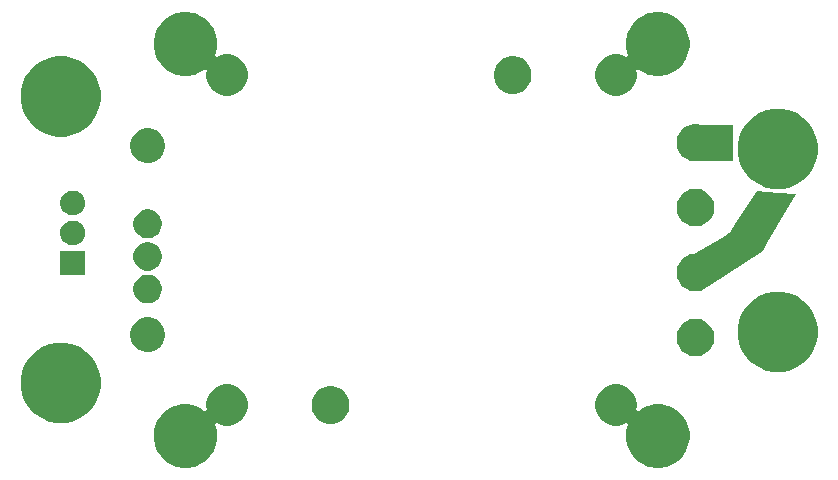
<source format=gbr>
G04 #@! TF.GenerationSoftware,KiCad,Pcbnew,(5.0.2)-1*
G04 #@! TF.CreationDate,2019-04-19T20:55:02-04:00*
G04 #@! TF.ProjectId,vicor-socket,7669636f-722d-4736-9f63-6b65742e6b69,rev?*
G04 #@! TF.SameCoordinates,Original*
G04 #@! TF.FileFunction,Soldermask,Bot*
G04 #@! TF.FilePolarity,Negative*
%FSLAX46Y46*%
G04 Gerber Fmt 4.6, Leading zero omitted, Abs format (unit mm)*
G04 Created by KiCad (PCBNEW (5.0.2)-1) date 4/19/2019 8:55:02 PM*
%MOMM*%
%LPD*%
G01*
G04 APERTURE LIST*
%ADD10C,0.100000*%
G04 APERTURE END LIST*
D10*
G36*
X47531456Y-24452252D02*
X47849936Y-24584171D01*
X48136560Y-24775687D01*
X48380314Y-25019441D01*
X48571830Y-25306065D01*
X48703749Y-25624545D01*
X48712760Y-25669849D01*
X48771000Y-25962641D01*
X48771000Y-26307362D01*
X48736794Y-26479326D01*
X48734392Y-26503712D01*
X48736794Y-26528098D01*
X48743907Y-26551547D01*
X48755458Y-26573158D01*
X48771004Y-26592100D01*
X48789946Y-26607646D01*
X48811556Y-26619197D01*
X48835006Y-26626310D01*
X48859392Y-26628712D01*
X48883778Y-26626310D01*
X48907227Y-26619197D01*
X48928838Y-26607646D01*
X49274440Y-26376722D01*
X49608710Y-26238263D01*
X49764897Y-26173568D01*
X49938453Y-26139046D01*
X50285564Y-26070001D01*
X50816436Y-26070001D01*
X51163547Y-26139046D01*
X51337103Y-26173568D01*
X51493290Y-26238263D01*
X51827560Y-26376722D01*
X52268965Y-26671660D01*
X52644341Y-27047036D01*
X52939279Y-27488441D01*
X53021029Y-27685803D01*
X53142433Y-27978898D01*
X53176955Y-28152454D01*
X53246000Y-28499565D01*
X53246000Y-29030437D01*
X53142433Y-29551103D01*
X52939279Y-30041561D01*
X52644341Y-30482966D01*
X52268965Y-30858342D01*
X51827560Y-31153280D01*
X51540257Y-31272285D01*
X51337103Y-31356434D01*
X51163547Y-31390956D01*
X50816436Y-31460001D01*
X50285564Y-31460001D01*
X49938453Y-31390956D01*
X49764897Y-31356434D01*
X49561743Y-31272285D01*
X49274440Y-31153280D01*
X48833035Y-30858342D01*
X48457659Y-30482966D01*
X48162721Y-30041561D01*
X47959567Y-29551103D01*
X47856000Y-29030437D01*
X47856000Y-28499565D01*
X47897427Y-28291299D01*
X47959567Y-27978898D01*
X48013324Y-27849118D01*
X48020435Y-27825674D01*
X48022837Y-27801288D01*
X48020435Y-27776902D01*
X48013322Y-27753453D01*
X48001771Y-27731842D01*
X47986225Y-27712900D01*
X47967283Y-27697354D01*
X47945673Y-27685803D01*
X47922223Y-27678690D01*
X47897837Y-27676288D01*
X47873451Y-27678690D01*
X47850002Y-27685803D01*
X47849939Y-27685829D01*
X47849936Y-27685831D01*
X47531456Y-27817750D01*
X47193360Y-27885001D01*
X46848640Y-27885001D01*
X46510544Y-27817750D01*
X46192064Y-27685831D01*
X45905440Y-27494315D01*
X45661686Y-27250561D01*
X45470170Y-26963937D01*
X45338251Y-26645457D01*
X45271000Y-26307361D01*
X45271000Y-25962641D01*
X45338251Y-25624545D01*
X45470170Y-25306065D01*
X45661686Y-25019441D01*
X45905440Y-24775687D01*
X46192064Y-24584171D01*
X46510544Y-24452252D01*
X46848640Y-24385001D01*
X47193360Y-24385001D01*
X47531456Y-24452252D01*
X47531456Y-24452252D01*
G37*
G36*
X14591456Y-24452252D02*
X14909936Y-24584171D01*
X15196560Y-24775687D01*
X15440314Y-25019441D01*
X15631830Y-25306065D01*
X15763749Y-25624545D01*
X15831000Y-25962641D01*
X15831000Y-26307361D01*
X15763749Y-26645457D01*
X15631830Y-26963937D01*
X15440314Y-27250561D01*
X15196560Y-27494315D01*
X14909936Y-27685831D01*
X14591456Y-27817750D01*
X14253360Y-27885001D01*
X13908640Y-27885001D01*
X13570544Y-27817750D01*
X13252064Y-27685831D01*
X13252061Y-27685829D01*
X13251998Y-27685803D01*
X13228549Y-27678690D01*
X13204163Y-27676288D01*
X13179777Y-27678690D01*
X13156327Y-27685803D01*
X13134717Y-27697354D01*
X13115775Y-27712900D01*
X13100229Y-27731842D01*
X13088678Y-27753453D01*
X13081565Y-27776902D01*
X13079163Y-27801288D01*
X13081565Y-27825674D01*
X13088676Y-27849118D01*
X13142433Y-27978898D01*
X13204573Y-28291299D01*
X13246000Y-28499565D01*
X13246000Y-29030437D01*
X13142433Y-29551103D01*
X12939279Y-30041561D01*
X12644341Y-30482966D01*
X12268965Y-30858342D01*
X11827560Y-31153280D01*
X11540257Y-31272285D01*
X11337103Y-31356434D01*
X11163547Y-31390956D01*
X10816436Y-31460001D01*
X10285564Y-31460001D01*
X9938453Y-31390956D01*
X9764897Y-31356434D01*
X9561743Y-31272285D01*
X9274440Y-31153280D01*
X8833035Y-30858342D01*
X8457659Y-30482966D01*
X8162721Y-30041561D01*
X7959567Y-29551103D01*
X7856000Y-29030437D01*
X7856000Y-28499565D01*
X7925045Y-28152454D01*
X7959567Y-27978898D01*
X8080971Y-27685803D01*
X8162721Y-27488441D01*
X8457659Y-27047036D01*
X8833035Y-26671660D01*
X9274440Y-26376722D01*
X9608710Y-26238263D01*
X9764897Y-26173568D01*
X9938453Y-26139046D01*
X10285564Y-26070001D01*
X10816436Y-26070001D01*
X11163547Y-26139046D01*
X11337103Y-26173568D01*
X11493290Y-26238263D01*
X11827560Y-26376722D01*
X12173162Y-26607646D01*
X12194772Y-26619197D01*
X12218222Y-26626310D01*
X12242608Y-26628712D01*
X12266994Y-26626310D01*
X12290443Y-26619197D01*
X12312054Y-26607646D01*
X12330996Y-26592100D01*
X12346542Y-26573158D01*
X12358093Y-26551548D01*
X12365206Y-26528098D01*
X12367608Y-26503712D01*
X12365206Y-26479326D01*
X12331000Y-26307362D01*
X12331000Y-25962641D01*
X12389240Y-25669849D01*
X12398251Y-25624545D01*
X12530170Y-25306065D01*
X12721686Y-25019441D01*
X12965440Y-24775687D01*
X13252064Y-24584171D01*
X13570544Y-24452252D01*
X13908640Y-24385001D01*
X14253360Y-24385001D01*
X14591456Y-24452252D01*
X14591456Y-24452252D01*
G37*
G36*
X23041944Y-24548723D02*
X23306244Y-24601295D01*
X23596516Y-24721530D01*
X23857754Y-24896083D01*
X24079918Y-25118247D01*
X24254471Y-25379485D01*
X24374706Y-25669757D01*
X24419501Y-25894961D01*
X24436000Y-25977906D01*
X24436000Y-26292096D01*
X24432963Y-26307362D01*
X24374706Y-26600245D01*
X24254471Y-26890517D01*
X24079918Y-27151755D01*
X23857754Y-27373919D01*
X23596516Y-27548472D01*
X23306244Y-27668707D01*
X23041944Y-27721279D01*
X22998095Y-27730001D01*
X22683905Y-27730001D01*
X22640056Y-27721279D01*
X22375756Y-27668707D01*
X22085484Y-27548472D01*
X21824246Y-27373919D01*
X21602082Y-27151755D01*
X21427529Y-26890517D01*
X21307294Y-26600245D01*
X21249037Y-26307362D01*
X21246000Y-26292096D01*
X21246000Y-25977906D01*
X21262499Y-25894961D01*
X21307294Y-25669757D01*
X21427529Y-25379485D01*
X21602082Y-25118247D01*
X21824246Y-24896083D01*
X22085484Y-24721530D01*
X22375756Y-24601295D01*
X22640056Y-24548723D01*
X22683905Y-24540001D01*
X22998095Y-24540001D01*
X23041944Y-24548723D01*
X23041944Y-24548723D01*
G37*
G36*
X991743Y-20987660D02*
X1610503Y-21243958D01*
X2167377Y-21616050D01*
X2640950Y-22089623D01*
X3013042Y-22646497D01*
X3269340Y-23265257D01*
X3400000Y-23922128D01*
X3400000Y-24591872D01*
X3269340Y-25248743D01*
X3013042Y-25867503D01*
X2640950Y-26424377D01*
X2167377Y-26897950D01*
X1610503Y-27270042D01*
X991743Y-27526340D01*
X334872Y-27657000D01*
X-334872Y-27657000D01*
X-991743Y-27526340D01*
X-1610503Y-27270042D01*
X-2167377Y-26897950D01*
X-2640950Y-26424377D01*
X-3013042Y-25867503D01*
X-3269340Y-25248743D01*
X-3400000Y-24591872D01*
X-3400000Y-23922128D01*
X-3269340Y-23265257D01*
X-3013042Y-22646497D01*
X-2640950Y-22089623D01*
X-2167377Y-21616050D01*
X-1610503Y-21243958D01*
X-991743Y-20987660D01*
X-334872Y-20857000D01*
X334872Y-20857000D01*
X991743Y-20987660D01*
X991743Y-20987660D01*
G37*
G36*
X61697743Y-16669660D02*
X62316503Y-16925958D01*
X62873377Y-17298050D01*
X63346950Y-17771623D01*
X63719042Y-18328497D01*
X63975340Y-18947257D01*
X64106000Y-19604128D01*
X64106000Y-20273872D01*
X63975340Y-20930743D01*
X63719042Y-21549503D01*
X63346950Y-22106377D01*
X62873377Y-22579950D01*
X62316503Y-22952042D01*
X61697743Y-23208340D01*
X61040872Y-23339000D01*
X60371128Y-23339000D01*
X59714257Y-23208340D01*
X59095497Y-22952042D01*
X58538623Y-22579950D01*
X58065050Y-22106377D01*
X57692958Y-21549503D01*
X57436660Y-20930743D01*
X57306000Y-20273872D01*
X57306000Y-19604128D01*
X57436660Y-18947257D01*
X57692958Y-18328497D01*
X58065050Y-17771623D01*
X58538623Y-17298050D01*
X59095497Y-16925958D01*
X59714257Y-16669660D01*
X60371128Y-16539000D01*
X61040872Y-16539000D01*
X61697743Y-16669660D01*
X61697743Y-16669660D01*
G37*
G36*
X53941944Y-18828723D02*
X54206244Y-18881295D01*
X54496516Y-19001530D01*
X54757754Y-19176083D01*
X54979918Y-19398247D01*
X55154471Y-19659485D01*
X55274706Y-19949757D01*
X55288819Y-20020711D01*
X55336000Y-20257906D01*
X55336000Y-20572096D01*
X55331976Y-20592326D01*
X55274706Y-20880245D01*
X55154471Y-21170517D01*
X54979918Y-21431755D01*
X54757754Y-21653919D01*
X54496516Y-21828472D01*
X54206244Y-21948707D01*
X53941944Y-22001279D01*
X53898095Y-22010001D01*
X53583905Y-22010001D01*
X53540056Y-22001279D01*
X53275756Y-21948707D01*
X52985484Y-21828472D01*
X52724246Y-21653919D01*
X52502082Y-21431755D01*
X52327529Y-21170517D01*
X52207294Y-20880245D01*
X52150024Y-20592326D01*
X52146000Y-20572096D01*
X52146000Y-20257906D01*
X52193181Y-20020711D01*
X52207294Y-19949757D01*
X52327529Y-19659485D01*
X52502082Y-19398247D01*
X52724246Y-19176083D01*
X52985484Y-19001530D01*
X53275756Y-18881295D01*
X53540056Y-18828723D01*
X53583905Y-18820001D01*
X53898095Y-18820001D01*
X53941944Y-18828723D01*
X53941944Y-18828723D01*
G37*
G36*
X7545474Y-18707994D02*
X7788325Y-18756300D01*
X8054938Y-18866734D01*
X8294883Y-19027061D01*
X8498940Y-19231118D01*
X8659267Y-19471063D01*
X8769701Y-19737676D01*
X8774934Y-19763986D01*
X8821502Y-19998095D01*
X8826000Y-20020711D01*
X8826000Y-20309291D01*
X8769701Y-20592326D01*
X8659267Y-20858939D01*
X8498940Y-21098884D01*
X8294883Y-21302941D01*
X8054938Y-21463268D01*
X7788325Y-21573702D01*
X7576049Y-21615926D01*
X7505291Y-21630001D01*
X7216709Y-21630001D01*
X7145951Y-21615926D01*
X6933675Y-21573702D01*
X6667062Y-21463268D01*
X6427117Y-21302941D01*
X6223060Y-21098884D01*
X6062733Y-20858939D01*
X5952299Y-20592326D01*
X5896000Y-20309291D01*
X5896000Y-20020711D01*
X5900499Y-19998095D01*
X5947066Y-19763986D01*
X5952299Y-19737676D01*
X6062733Y-19471063D01*
X6223060Y-19231118D01*
X6427117Y-19027061D01*
X6667062Y-18866734D01*
X6933675Y-18756300D01*
X7176526Y-18707994D01*
X7216709Y-18700001D01*
X7505291Y-18700001D01*
X7545474Y-18707994D01*
X7545474Y-18707994D01*
G37*
G36*
X7713944Y-15131500D02*
X7934150Y-15222713D01*
X8132330Y-15355132D01*
X8300869Y-15523671D01*
X8433288Y-15721851D01*
X8524501Y-15942057D01*
X8571000Y-16175826D01*
X8571000Y-16414176D01*
X8524501Y-16647945D01*
X8433288Y-16868151D01*
X8300869Y-17066331D01*
X8132330Y-17234870D01*
X7934150Y-17367289D01*
X7713944Y-17458502D01*
X7480175Y-17505001D01*
X7241825Y-17505001D01*
X7008056Y-17458502D01*
X6787850Y-17367289D01*
X6589670Y-17234870D01*
X6421131Y-17066331D01*
X6288712Y-16868151D01*
X6197499Y-16647945D01*
X6151000Y-16414176D01*
X6151000Y-16175826D01*
X6197499Y-15942057D01*
X6288712Y-15721851D01*
X6421131Y-15523671D01*
X6589670Y-15355132D01*
X6787850Y-15222713D01*
X7008056Y-15131500D01*
X7241825Y-15085001D01*
X7480175Y-15085001D01*
X7713944Y-15131500D01*
X7713944Y-15131500D01*
G37*
G36*
X58937077Y-8001698D02*
X58937080Y-8001698D01*
X60726522Y-8139348D01*
X62230000Y-8255000D01*
X60657678Y-10970829D01*
X59810425Y-12434267D01*
X59436000Y-13081000D01*
X54860340Y-16055179D01*
X54840081Y-16071592D01*
X54757754Y-16153919D01*
X54496516Y-16328472D01*
X54206244Y-16448707D01*
X53941944Y-16501279D01*
X53898095Y-16510001D01*
X53583905Y-16510001D01*
X53540056Y-16501279D01*
X53275756Y-16448707D01*
X52985484Y-16328472D01*
X52724246Y-16153919D01*
X52502082Y-15931755D01*
X52327529Y-15670517D01*
X52207294Y-15380245D01*
X52146000Y-15072095D01*
X52146000Y-14757907D01*
X52207294Y-14449757D01*
X52327529Y-14159485D01*
X52502082Y-13898247D01*
X52724246Y-13676083D01*
X52985484Y-13501530D01*
X53275756Y-13381295D01*
X53540056Y-13328723D01*
X53583905Y-13320001D01*
X53585919Y-13320001D01*
X53610305Y-13317599D01*
X53633754Y-13310486D01*
X53648903Y-13302973D01*
X55970854Y-11948502D01*
X56616071Y-11572125D01*
X56635924Y-11557764D01*
X56658233Y-11531749D01*
X57110340Y-10828472D01*
X58928000Y-8001000D01*
X58937077Y-8001698D01*
X58937077Y-8001698D01*
G37*
G36*
X2066000Y-15147000D02*
X-34000Y-15147000D01*
X-34000Y-13047000D01*
X2066000Y-13047000D01*
X2066000Y-15147000D01*
X2066000Y-15147000D01*
G37*
G36*
X7713944Y-12381500D02*
X7934150Y-12472713D01*
X8132330Y-12605132D01*
X8300869Y-12773671D01*
X8433288Y-12971851D01*
X8524501Y-13192057D01*
X8571000Y-13425826D01*
X8571000Y-13664176D01*
X8524501Y-13897945D01*
X8433288Y-14118151D01*
X8300869Y-14316331D01*
X8132330Y-14484870D01*
X7934150Y-14617289D01*
X7713944Y-14708502D01*
X7480175Y-14755001D01*
X7241825Y-14755001D01*
X7008056Y-14708502D01*
X6787850Y-14617289D01*
X6589670Y-14484870D01*
X6421131Y-14316331D01*
X6288712Y-14118151D01*
X6197499Y-13897945D01*
X6151000Y-13664176D01*
X6151000Y-13425826D01*
X6197499Y-13192057D01*
X6288712Y-12971851D01*
X6421131Y-12773671D01*
X6589670Y-12605132D01*
X6787850Y-12472713D01*
X7008056Y-12381500D01*
X7241825Y-12335001D01*
X7480175Y-12335001D01*
X7713944Y-12381500D01*
X7713944Y-12381500D01*
G37*
G36*
X1144707Y-10514597D02*
X1221836Y-10522193D01*
X1353787Y-10562220D01*
X1419763Y-10582233D01*
X1602172Y-10679733D01*
X1762054Y-10810946D01*
X1893267Y-10970828D01*
X1990767Y-11153237D01*
X1990767Y-11153238D01*
X2050807Y-11351164D01*
X2071080Y-11557000D01*
X2050807Y-11762836D01*
X2022155Y-11857289D01*
X1990767Y-11960763D01*
X1893267Y-12143172D01*
X1762054Y-12303054D01*
X1602172Y-12434267D01*
X1419763Y-12531767D01*
X1353787Y-12551780D01*
X1221836Y-12591807D01*
X1144707Y-12599404D01*
X1067580Y-12607000D01*
X964420Y-12607000D01*
X887293Y-12599404D01*
X810164Y-12591807D01*
X678213Y-12551780D01*
X612237Y-12531767D01*
X429828Y-12434267D01*
X269946Y-12303054D01*
X138733Y-12143172D01*
X41233Y-11960763D01*
X9845Y-11857289D01*
X-18807Y-11762836D01*
X-39080Y-11557000D01*
X-18807Y-11351164D01*
X41233Y-11153238D01*
X41233Y-11153237D01*
X138733Y-10970828D01*
X269946Y-10810946D01*
X429828Y-10679733D01*
X612237Y-10582233D01*
X678213Y-10562220D01*
X810164Y-10522193D01*
X887293Y-10514597D01*
X964420Y-10507000D01*
X1067580Y-10507000D01*
X1144707Y-10514597D01*
X1144707Y-10514597D01*
G37*
G36*
X7713944Y-9621500D02*
X7934150Y-9712713D01*
X8132330Y-9845132D01*
X8300869Y-10013671D01*
X8433288Y-10211851D01*
X8524501Y-10432057D01*
X8571000Y-10665826D01*
X8571000Y-10904176D01*
X8524501Y-11137945D01*
X8433288Y-11358151D01*
X8300869Y-11556331D01*
X8132330Y-11724870D01*
X7934150Y-11857289D01*
X7713944Y-11948502D01*
X7480175Y-11995001D01*
X7241825Y-11995001D01*
X7008056Y-11948502D01*
X6787850Y-11857289D01*
X6589670Y-11724870D01*
X6421131Y-11556331D01*
X6288712Y-11358151D01*
X6197499Y-11137945D01*
X6151000Y-10904176D01*
X6151000Y-10665826D01*
X6197499Y-10432057D01*
X6288712Y-10211851D01*
X6421131Y-10013671D01*
X6589670Y-9845132D01*
X6787850Y-9712713D01*
X7008056Y-9621500D01*
X7241825Y-9575001D01*
X7480175Y-9575001D01*
X7713944Y-9621500D01*
X7713944Y-9621500D01*
G37*
G36*
X53941944Y-7828723D02*
X54206244Y-7881295D01*
X54496516Y-8001530D01*
X54757754Y-8176083D01*
X54979918Y-8398247D01*
X55154471Y-8659485D01*
X55274706Y-8949757D01*
X55327278Y-9214057D01*
X55336000Y-9257906D01*
X55336000Y-9572096D01*
X55327278Y-9615945D01*
X55274706Y-9880245D01*
X55154471Y-10170517D01*
X54979918Y-10431755D01*
X54757754Y-10653919D01*
X54496516Y-10828472D01*
X54206244Y-10948707D01*
X53941944Y-11001279D01*
X53898095Y-11010001D01*
X53583905Y-11010001D01*
X53540056Y-11001279D01*
X53275756Y-10948707D01*
X52985484Y-10828472D01*
X52724246Y-10653919D01*
X52502082Y-10431755D01*
X52327529Y-10170517D01*
X52207294Y-9880245D01*
X52154722Y-9615945D01*
X52146000Y-9572096D01*
X52146000Y-9257906D01*
X52154722Y-9214057D01*
X52207294Y-8949757D01*
X52327529Y-8659485D01*
X52502082Y-8398247D01*
X52724246Y-8176083D01*
X52985484Y-8001530D01*
X53275756Y-7881295D01*
X53540056Y-7828723D01*
X53583905Y-7820001D01*
X53898095Y-7820001D01*
X53941944Y-7828723D01*
X53941944Y-7828723D01*
G37*
G36*
X1144707Y-7974596D02*
X1221836Y-7982193D01*
X1317977Y-8011357D01*
X1419763Y-8042233D01*
X1602172Y-8139733D01*
X1762054Y-8270946D01*
X1893267Y-8430828D01*
X1990767Y-8613237D01*
X2010780Y-8679213D01*
X2050807Y-8811164D01*
X2071080Y-9017000D01*
X2050807Y-9222836D01*
X2040168Y-9257907D01*
X1990767Y-9420763D01*
X1893267Y-9603172D01*
X1762054Y-9763054D01*
X1602172Y-9894267D01*
X1419763Y-9991767D01*
X1353787Y-10011780D01*
X1221836Y-10051807D01*
X1144707Y-10059404D01*
X1067580Y-10067000D01*
X964420Y-10067000D01*
X887293Y-10059404D01*
X810164Y-10051807D01*
X678213Y-10011780D01*
X612237Y-9991767D01*
X429828Y-9894267D01*
X269946Y-9763054D01*
X138733Y-9603172D01*
X41233Y-9420763D01*
X-8168Y-9257907D01*
X-18807Y-9222836D01*
X-39080Y-9017000D01*
X-18807Y-8811164D01*
X21220Y-8679213D01*
X41233Y-8613237D01*
X138733Y-8430828D01*
X269946Y-8270946D01*
X429828Y-8139733D01*
X612237Y-8042233D01*
X714023Y-8011357D01*
X810164Y-7982193D01*
X887293Y-7974596D01*
X964420Y-7967000D01*
X1067580Y-7967000D01*
X1144707Y-7974596D01*
X1144707Y-7974596D01*
G37*
G36*
X61697743Y-1175660D02*
X62316503Y-1431958D01*
X62873377Y-1804050D01*
X63346950Y-2277623D01*
X63719042Y-2834497D01*
X63975340Y-3453257D01*
X64106000Y-4110128D01*
X64106000Y-4779872D01*
X63975340Y-5436743D01*
X63719042Y-6055503D01*
X63346950Y-6612377D01*
X62873377Y-7085950D01*
X62316503Y-7458042D01*
X61697743Y-7714340D01*
X61040872Y-7845000D01*
X60371128Y-7845000D01*
X59714257Y-7714340D01*
X59095497Y-7458042D01*
X58538623Y-7085950D01*
X58065050Y-6612377D01*
X57692958Y-6055503D01*
X57436660Y-5436743D01*
X57306000Y-4779872D01*
X57306000Y-4110128D01*
X57436660Y-3453257D01*
X57692958Y-2834497D01*
X58065050Y-2277623D01*
X58538623Y-1804050D01*
X59095497Y-1431958D01*
X59714257Y-1175660D01*
X60371128Y-1045000D01*
X61040872Y-1045000D01*
X61697743Y-1175660D01*
X61697743Y-1175660D01*
G37*
G36*
X7576049Y-2714076D02*
X7788325Y-2756300D01*
X8054938Y-2866734D01*
X8294883Y-3027061D01*
X8498940Y-3231118D01*
X8659267Y-3471063D01*
X8769701Y-3737676D01*
X8826000Y-4020711D01*
X8826000Y-4309291D01*
X8769701Y-4592326D01*
X8659267Y-4858939D01*
X8498940Y-5098884D01*
X8294883Y-5302941D01*
X8054938Y-5463268D01*
X7788325Y-5573702D01*
X7576049Y-5615926D01*
X7505291Y-5630001D01*
X7216709Y-5630001D01*
X7145951Y-5615926D01*
X6933675Y-5573702D01*
X6667062Y-5463268D01*
X6427117Y-5302941D01*
X6223060Y-5098884D01*
X6062733Y-4858939D01*
X5952299Y-4592326D01*
X5896000Y-4309291D01*
X5896000Y-4020711D01*
X5952299Y-3737676D01*
X6062733Y-3471063D01*
X6223060Y-3231118D01*
X6427117Y-3027061D01*
X6667062Y-2866734D01*
X6933675Y-2756300D01*
X7145951Y-2714076D01*
X7216709Y-2700001D01*
X7505291Y-2700001D01*
X7576049Y-2714076D01*
X7576049Y-2714076D01*
G37*
G36*
X53932229Y-2326791D02*
X54206244Y-2381295D01*
X54259827Y-2403490D01*
X54283260Y-2410598D01*
X54307647Y-2413000D01*
X56896000Y-2413000D01*
X56896000Y-5461000D01*
X54156748Y-5461000D01*
X54132370Y-5463401D01*
X53942918Y-5501085D01*
X53898095Y-5510001D01*
X53583905Y-5510001D01*
X53540056Y-5501279D01*
X53275756Y-5448707D01*
X52985484Y-5328472D01*
X52724246Y-5153919D01*
X52502082Y-4931755D01*
X52327529Y-4670517D01*
X52207294Y-4380245D01*
X52146000Y-4072095D01*
X52146000Y-3757907D01*
X52150024Y-3737679D01*
X52154722Y-3714057D01*
X52207294Y-3449757D01*
X52327529Y-3159485D01*
X52502082Y-2898247D01*
X52724246Y-2676083D01*
X52985484Y-2501530D01*
X53275756Y-2381295D01*
X53540056Y-2328723D01*
X53583905Y-2320001D01*
X53898095Y-2320001D01*
X53932229Y-2326791D01*
X53932229Y-2326791D01*
G37*
G36*
X991743Y3269340D02*
X1610503Y3013042D01*
X2167377Y2640950D01*
X2640950Y2167377D01*
X3013042Y1610503D01*
X3269340Y991743D01*
X3400000Y334872D01*
X3400000Y-334872D01*
X3269340Y-991743D01*
X3013042Y-1610503D01*
X2640950Y-2167377D01*
X2167377Y-2640950D01*
X1610503Y-3013042D01*
X991743Y-3269340D01*
X334872Y-3400000D01*
X-334872Y-3400000D01*
X-991743Y-3269340D01*
X-1610503Y-3013042D01*
X-2167377Y-2640950D01*
X-2640950Y-2167377D01*
X-3013042Y-1610503D01*
X-3269340Y-991743D01*
X-3400000Y-334872D01*
X-3400000Y334872D01*
X-3269340Y991743D01*
X-3013042Y1610503D01*
X-2640950Y2167377D01*
X-2167377Y2640950D01*
X-1610503Y3013042D01*
X-991743Y3269340D01*
X-334872Y3400000D01*
X334872Y3400000D01*
X991743Y3269340D01*
X991743Y3269340D01*
G37*
G36*
X51163547Y7060954D02*
X51337103Y7026432D01*
X51540257Y6942283D01*
X51827560Y6823278D01*
X52268965Y6528340D01*
X52644341Y6152964D01*
X52939279Y5711559D01*
X53058284Y5424256D01*
X53142433Y5221102D01*
X53246000Y4700433D01*
X53246000Y4169565D01*
X53142434Y3648899D01*
X53142433Y3648897D01*
X52939279Y3158439D01*
X52644341Y2717034D01*
X52268965Y2341658D01*
X51827560Y2046720D01*
X51660107Y1977359D01*
X51337103Y1843566D01*
X51163547Y1809044D01*
X50816436Y1739999D01*
X50285564Y1739999D01*
X49938453Y1809044D01*
X49764897Y1843566D01*
X49441893Y1977359D01*
X49274440Y2046720D01*
X48928838Y2277644D01*
X48907228Y2289195D01*
X48883778Y2296308D01*
X48859392Y2298710D01*
X48835006Y2296308D01*
X48811557Y2289195D01*
X48789946Y2277644D01*
X48771004Y2262098D01*
X48755458Y2243156D01*
X48743907Y2221546D01*
X48736794Y2198096D01*
X48734392Y2173710D01*
X48736794Y2149324D01*
X48770224Y1981263D01*
X48771000Y1977359D01*
X48771000Y1632639D01*
X48703749Y1294543D01*
X48571830Y976063D01*
X48380314Y689439D01*
X48136560Y445685D01*
X47849936Y254169D01*
X47531456Y122250D01*
X47193360Y54999D01*
X46848640Y54999D01*
X46510544Y122250D01*
X46192064Y254169D01*
X45905440Y445685D01*
X45661686Y689439D01*
X45470170Y976063D01*
X45338251Y1294543D01*
X45271000Y1632639D01*
X45271000Y1977359D01*
X45338251Y2315455D01*
X45470170Y2633935D01*
X45661686Y2920559D01*
X45905440Y3164313D01*
X46192064Y3355829D01*
X46510544Y3487748D01*
X46848640Y3554999D01*
X47193360Y3554999D01*
X47531456Y3487748D01*
X47849936Y3355829D01*
X47849939Y3355827D01*
X47850002Y3355801D01*
X47873451Y3348688D01*
X47897837Y3346286D01*
X47922223Y3348688D01*
X47945673Y3355801D01*
X47967283Y3367352D01*
X47986225Y3382898D01*
X48001771Y3401840D01*
X48013322Y3423451D01*
X48020435Y3446900D01*
X48022837Y3471286D01*
X48020435Y3495672D01*
X48013324Y3519116D01*
X47959567Y3648896D01*
X47856000Y4169565D01*
X47856000Y4700433D01*
X47959567Y5221102D01*
X48043716Y5424256D01*
X48162721Y5711559D01*
X48457659Y6152964D01*
X48833035Y6528340D01*
X49274440Y6823278D01*
X49561743Y6942283D01*
X49764897Y7026432D01*
X49938453Y7060954D01*
X50285564Y7129999D01*
X50816436Y7129999D01*
X51163547Y7060954D01*
X51163547Y7060954D01*
G37*
G36*
X11163547Y7060954D02*
X11337103Y7026432D01*
X11540257Y6942283D01*
X11827560Y6823278D01*
X12268965Y6528340D01*
X12644341Y6152964D01*
X12939279Y5711559D01*
X13058284Y5424256D01*
X13142433Y5221102D01*
X13246000Y4700433D01*
X13246000Y4169565D01*
X13142433Y3648896D01*
X13088676Y3519116D01*
X13081565Y3495672D01*
X13079163Y3471286D01*
X13081565Y3446900D01*
X13088678Y3423451D01*
X13100229Y3401840D01*
X13115775Y3382898D01*
X13134717Y3367352D01*
X13156327Y3355801D01*
X13179777Y3348688D01*
X13204163Y3346286D01*
X13228549Y3348688D01*
X13251998Y3355801D01*
X13252061Y3355827D01*
X13252064Y3355829D01*
X13570544Y3487748D01*
X13908640Y3554999D01*
X14253360Y3554999D01*
X14591456Y3487748D01*
X14909936Y3355829D01*
X15196560Y3164313D01*
X15440314Y2920559D01*
X15631830Y2633935D01*
X15763749Y2315455D01*
X15831000Y1977359D01*
X15831000Y1632639D01*
X15763749Y1294543D01*
X15631830Y976063D01*
X15440314Y689439D01*
X15196560Y445685D01*
X14909936Y254169D01*
X14591456Y122250D01*
X14253360Y54999D01*
X13908640Y54999D01*
X13570544Y122250D01*
X13252064Y254169D01*
X12965440Y445685D01*
X12721686Y689439D01*
X12530170Y976063D01*
X12398251Y1294543D01*
X12331000Y1632639D01*
X12331000Y1977359D01*
X12331777Y1981263D01*
X12365206Y2149324D01*
X12367608Y2173710D01*
X12365206Y2198096D01*
X12358093Y2221545D01*
X12346542Y2243156D01*
X12330996Y2262098D01*
X12312054Y2277644D01*
X12290444Y2289195D01*
X12266994Y2296308D01*
X12242608Y2298710D01*
X12218222Y2296308D01*
X12194773Y2289195D01*
X12173162Y2277644D01*
X11827560Y2046720D01*
X11660107Y1977359D01*
X11337103Y1843566D01*
X11163547Y1809044D01*
X10816436Y1739999D01*
X10285564Y1739999D01*
X9938453Y1809044D01*
X9764897Y1843566D01*
X9441893Y1977359D01*
X9274440Y2046720D01*
X8833035Y2341658D01*
X8457659Y2717034D01*
X8162721Y3158439D01*
X7959567Y3648897D01*
X7959567Y3648899D01*
X7856000Y4169565D01*
X7856000Y4700433D01*
X7959567Y5221102D01*
X8043716Y5424256D01*
X8162721Y5711559D01*
X8457659Y6152964D01*
X8833035Y6528340D01*
X9274440Y6823278D01*
X9561743Y6942283D01*
X9764897Y7026432D01*
X9938453Y7060954D01*
X10285564Y7129999D01*
X10816436Y7129999D01*
X11163547Y7060954D01*
X11163547Y7060954D01*
G37*
G36*
X38461944Y3391277D02*
X38726244Y3338705D01*
X39016516Y3218470D01*
X39277754Y3043917D01*
X39499918Y2821753D01*
X39674471Y2560515D01*
X39794706Y2270243D01*
X39839167Y2046720D01*
X39856000Y1962094D01*
X39856000Y1647904D01*
X39848561Y1610504D01*
X39794706Y1339755D01*
X39674471Y1049483D01*
X39499918Y788245D01*
X39277754Y566081D01*
X39016516Y391528D01*
X38726244Y271293D01*
X38461944Y218721D01*
X38418095Y209999D01*
X38103905Y209999D01*
X38060056Y218721D01*
X37795756Y271293D01*
X37505484Y391528D01*
X37244246Y566081D01*
X37022082Y788245D01*
X36847529Y1049483D01*
X36727294Y1339755D01*
X36673439Y1610504D01*
X36666000Y1647904D01*
X36666000Y1962094D01*
X36682833Y2046720D01*
X36727294Y2270243D01*
X36847529Y2560515D01*
X37022082Y2821753D01*
X37244246Y3043917D01*
X37505484Y3218470D01*
X37795756Y3338705D01*
X38060056Y3391277D01*
X38103905Y3399999D01*
X38418095Y3399999D01*
X38461944Y3391277D01*
X38461944Y3391277D01*
G37*
M02*

</source>
